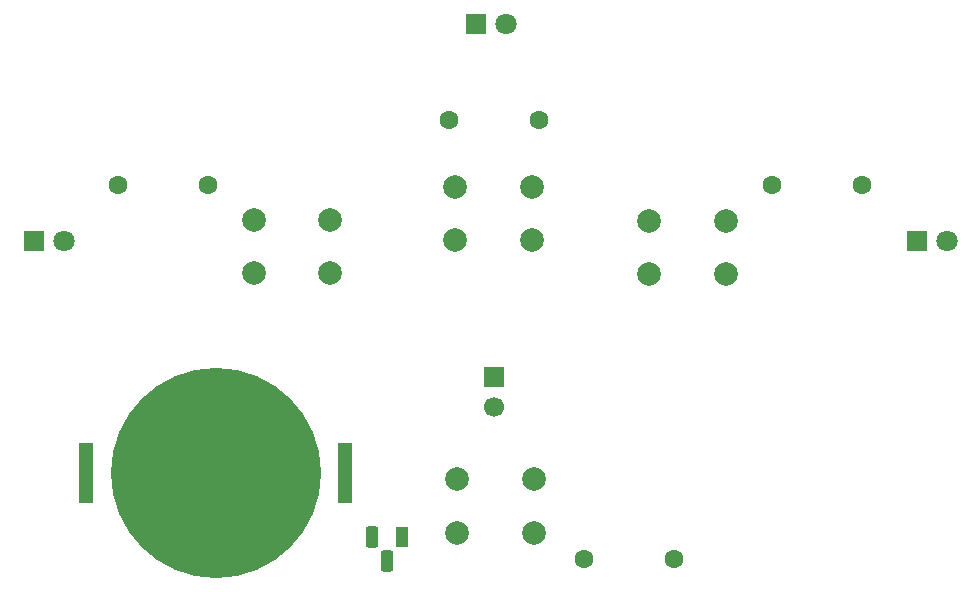
<source format=gts>
G04 #@! TF.GenerationSoftware,KiCad,Pcbnew,9.0.2*
G04 #@! TF.CreationDate,2025-07-01T12:20:16+05:30*
G04 #@! TF.ProjectId,solder,736f6c64-6572-42e6-9b69-6361645f7063,rev?*
G04 #@! TF.SameCoordinates,Original*
G04 #@! TF.FileFunction,Soldermask,Top*
G04 #@! TF.FilePolarity,Negative*
%FSLAX46Y46*%
G04 Gerber Fmt 4.6, Leading zero omitted, Abs format (unit mm)*
G04 Created by KiCad (PCBNEW 9.0.2) date 2025-07-01 12:20:16*
%MOMM*%
%LPD*%
G01*
G04 APERTURE LIST*
G04 Aperture macros list*
%AMRoundRect*
0 Rectangle with rounded corners*
0 $1 Rounding radius*
0 $2 $3 $4 $5 $6 $7 $8 $9 X,Y pos of 4 corners*
0 Add a 4 corners polygon primitive as box body*
4,1,4,$2,$3,$4,$5,$6,$7,$8,$9,$2,$3,0*
0 Add four circle primitives for the rounded corners*
1,1,$1+$1,$2,$3*
1,1,$1+$1,$4,$5*
1,1,$1+$1,$6,$7*
1,1,$1+$1,$8,$9*
0 Add four rect primitives between the rounded corners*
20,1,$1+$1,$2,$3,$4,$5,0*
20,1,$1+$1,$4,$5,$6,$7,0*
20,1,$1+$1,$6,$7,$8,$9,0*
20,1,$1+$1,$8,$9,$2,$3,0*%
G04 Aperture macros list end*
%ADD10R,1.700000X1.700000*%
%ADD11C,1.700000*%
%ADD12C,2.000000*%
%ADD13C,1.600000*%
%ADD14C,17.800000*%
%ADD15R,1.270000X5.080000*%
%ADD16C,1.800000*%
%ADD17R,1.800000X1.800000*%
%ADD18RoundRect,0.275000X0.275000X0.625000X-0.275000X0.625000X-0.275000X-0.625000X0.275000X-0.625000X0*%
%ADD19R,1.100000X1.800000*%
G04 APERTURE END LIST*
D10*
G04 #@! TO.C,M1*
X90890000Y-103090000D03*
D11*
X90890000Y-105630000D03*
G04 #@! TD*
D12*
G04 #@! TO.C,SW2*
X87600000Y-87000000D03*
X94100000Y-87000000D03*
X87600000Y-91500000D03*
X94100000Y-91500000D03*
G04 #@! TD*
D13*
G04 #@! TO.C,R2*
X87090000Y-81300000D03*
X94710000Y-81300000D03*
G04 #@! TD*
D14*
G04 #@! TO.C,BT1*
X67310000Y-111180000D03*
D15*
X78295000Y-111180000D03*
X56325000Y-111180000D03*
G04 #@! TD*
D16*
G04 #@! TO.C,D1*
X54470000Y-91550000D03*
D17*
X51930000Y-91550000D03*
G04 #@! TD*
D12*
G04 #@! TO.C,SW1*
X77020000Y-94300000D03*
X70520000Y-94300000D03*
X77020000Y-89800000D03*
X70520000Y-89800000D03*
G04 #@! TD*
D13*
G04 #@! TO.C,R4*
X98530000Y-118500000D03*
X106150000Y-118500000D03*
G04 #@! TD*
G04 #@! TO.C,R3*
X114420000Y-86840000D03*
X122040000Y-86840000D03*
G04 #@! TD*
G04 #@! TO.C,R1*
X59060000Y-86850000D03*
X66680000Y-86850000D03*
G04 #@! TD*
D16*
G04 #@! TO.C,D3*
X129205000Y-91540000D03*
D17*
X126665000Y-91540000D03*
G04 #@! TD*
D16*
G04 #@! TO.C,D2*
X91865000Y-73200000D03*
D17*
X89325000Y-73200000D03*
G04 #@! TD*
D12*
G04 #@! TO.C,SW4*
X94280000Y-116250000D03*
X87780000Y-116250000D03*
X94280000Y-111750000D03*
X87780000Y-111750000D03*
G04 #@! TD*
G04 #@! TO.C,SW3*
X110540000Y-94340000D03*
X104040000Y-94340000D03*
X110540000Y-89840000D03*
X104040000Y-89840000D03*
G04 #@! TD*
D18*
G04 #@! TO.C,Q1*
X80510000Y-116580000D03*
X81780000Y-118650000D03*
D19*
X83050000Y-116580000D03*
G04 #@! TD*
M02*

</source>
